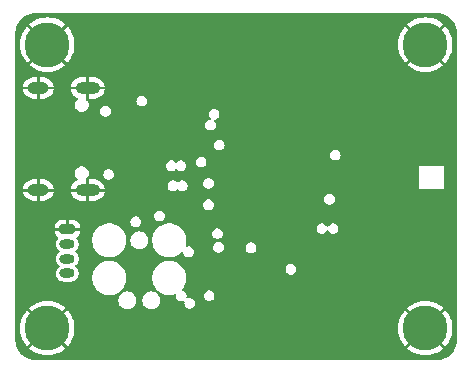
<source format=gbr>
%TF.GenerationSoftware,KiCad,Pcbnew,8.0.1*%
%TF.CreationDate,2024-04-24T20:58:42-04:00*%
%TF.ProjectId,Bluephil,426c7565-7068-4696-9c2e-6b696361645f,rev?*%
%TF.SameCoordinates,PX95ba140PY6dac2c0*%
%TF.FileFunction,Copper,L2,Inr*%
%TF.FilePolarity,Positive*%
%FSLAX46Y46*%
G04 Gerber Fmt 4.6, Leading zero omitted, Abs format (unit mm)*
G04 Created by KiCad (PCBNEW 8.0.1) date 2024-04-24 20:58:42*
%MOMM*%
%LPD*%
G01*
G04 APERTURE LIST*
G04 Aperture macros list*
%AMRoundRect*
0 Rectangle with rounded corners*
0 $1 Rounding radius*
0 $2 $3 $4 $5 $6 $7 $8 $9 X,Y pos of 4 corners*
0 Add a 4 corners polygon primitive as box body*
4,1,4,$2,$3,$4,$5,$6,$7,$8,$9,$2,$3,0*
0 Add four circle primitives for the rounded corners*
1,1,$1+$1,$2,$3*
1,1,$1+$1,$4,$5*
1,1,$1+$1,$6,$7*
1,1,$1+$1,$8,$9*
0 Add four rect primitives between the rounded corners*
20,1,$1+$1,$2,$3,$4,$5,0*
20,1,$1+$1,$4,$5,$6,$7,0*
20,1,$1+$1,$6,$7,$8,$9,0*
20,1,$1+$1,$8,$9,$2,$3,0*%
G04 Aperture macros list end*
%TA.AperFunction,ComponentPad*%
%ADD10O,1.800000X1.000000*%
%TD*%
%TA.AperFunction,ComponentPad*%
%ADD11O,2.100000X1.000000*%
%TD*%
%TA.AperFunction,ComponentPad*%
%ADD12C,3.800000*%
%TD*%
%TA.AperFunction,ComponentPad*%
%ADD13RoundRect,0.200000X-0.450000X0.200000X-0.450000X-0.200000X0.450000X-0.200000X0.450000X0.200000X0*%
%TD*%
%TA.AperFunction,ComponentPad*%
%ADD14O,1.300000X0.800000*%
%TD*%
%TA.AperFunction,ViaPad*%
%ADD15C,0.700000*%
%TD*%
G04 APERTURE END LIST*
D10*
%TO.N,GND*%
%TO.C,J1*%
X2245000Y14688000D03*
D11*
X6425000Y14688000D03*
D10*
X2245000Y23328000D03*
D11*
X6425000Y23328000D03*
%TD*%
D12*
%TO.N,GND*%
%TO.C,H4*%
X35000000Y3000000D03*
%TD*%
%TO.N,GND*%
%TO.C,H3*%
X35000000Y27000000D03*
%TD*%
%TO.N,GND*%
%TO.C,H2*%
X3000000Y3000000D03*
%TD*%
%TO.N,GND*%
%TO.C,H1*%
X3000000Y27000000D03*
%TD*%
D13*
%TO.N,GND*%
%TO.C,J3*%
X4700000Y11375000D03*
D14*
%TO.N,/UART_TXR*%
X4700000Y10125000D03*
%TO.N,/UART_TXC*%
X4700000Y8875000D03*
%TO.N,+3.3V*%
X4700000Y7625000D03*
%TD*%
D15*
%TO.N,GND*%
X13500000Y12500000D03*
X14950000Y8400000D03*
X19200000Y12350000D03*
X23450000Y12400000D03*
X23500000Y16650000D03*
X19150000Y16650000D03*
X20100000Y15750000D03*
X22500000Y15750000D03*
X22500000Y13400000D03*
X20100000Y13300000D03*
X21300000Y12250000D03*
X21250000Y16750000D03*
X23400000Y14500000D03*
X19200000Y14450000D03*
X32000000Y14900000D03*
X32000000Y16600000D03*
X10400000Y14950000D03*
X12750000Y14950000D03*
X8600000Y18975000D03*
X18250000Y23050000D03*
X17300000Y23050000D03*
X23750000Y19000000D03*
X23750000Y20100000D03*
X25450000Y18800000D03*
X28300000Y21450000D03*
X36650000Y18250000D03*
X35550000Y18250000D03*
X34400000Y18250000D03*
X36800000Y13300000D03*
X35550000Y13250000D03*
X34350000Y13300000D03*
X27300000Y7875000D03*
X26000000Y7875000D03*
X16752927Y12554904D03*
X16647043Y14350741D03*
X9950000Y12900000D03*
X8750000Y12900000D03*
X8650000Y5450000D03*
X29450000Y14750000D03*
X28000000Y14750000D03*
X26000000Y13200000D03*
X27220000Y16710000D03*
X19000000Y21050000D03*
X16200000Y19250000D03*
X8050000Y22250000D03*
X10800000Y21250000D03*
X10600000Y16750000D03*
X15140000Y17400000D03*
X15700000Y10750000D03*
X15700000Y5800000D03*
X17620000Y7720000D03*
X21215000Y9450000D03*
X22550000Y7950000D03*
X24665000Y6625000D03*
%TD*%
%TA.AperFunction,Conductor*%
%TO.N,GND*%
G36*
X36002642Y29699312D02*
G01*
X36236581Y29682580D01*
X36247030Y29681079D01*
X36473645Y29631781D01*
X36483757Y29628811D01*
X36701039Y29547770D01*
X36710637Y29543387D01*
X36914173Y29432247D01*
X36923054Y29426539D01*
X37108698Y29287568D01*
X37116678Y29280654D01*
X37280653Y29116679D01*
X37287567Y29108699D01*
X37426538Y28923055D01*
X37432246Y28914174D01*
X37543384Y28710642D01*
X37547770Y28701037D01*
X37628807Y28483767D01*
X37631782Y28473637D01*
X37681077Y28247032D01*
X37682579Y28236581D01*
X37699311Y28002643D01*
X37699500Y27997364D01*
X37699500Y2002637D01*
X37699311Y1997358D01*
X37682579Y1763420D01*
X37681077Y1752969D01*
X37631782Y1526364D01*
X37628807Y1516234D01*
X37547770Y1298964D01*
X37543384Y1289359D01*
X37432246Y1085827D01*
X37426538Y1076946D01*
X37287567Y891302D01*
X37280653Y883322D01*
X37116678Y719347D01*
X37108698Y712433D01*
X36923054Y573462D01*
X36914173Y567754D01*
X36710641Y456616D01*
X36701036Y452230D01*
X36483766Y371193D01*
X36473636Y368218D01*
X36247031Y318923D01*
X36236580Y317421D01*
X36002643Y300689D01*
X35997364Y300500D01*
X2002636Y300500D01*
X1997357Y300689D01*
X1763419Y317421D01*
X1752968Y318923D01*
X1526363Y368218D01*
X1516233Y371193D01*
X1298963Y452230D01*
X1289358Y456616D01*
X1085826Y567754D01*
X1076945Y573462D01*
X891301Y712433D01*
X883321Y719347D01*
X719346Y883322D01*
X712432Y891302D01*
X573461Y1076946D01*
X567753Y1085827D01*
X521042Y1171371D01*
X456613Y1289363D01*
X452229Y1298964D01*
X446493Y1314343D01*
X371189Y1516243D01*
X368219Y1526355D01*
X318921Y1752970D01*
X317420Y1763420D01*
X300689Y1997358D01*
X300500Y2002637D01*
X300500Y3000000D01*
X695065Y3000000D01*
X714785Y2699139D01*
X773605Y2403435D01*
X870519Y2117937D01*
X1003867Y1847534D01*
X1003873Y1847523D01*
X1171370Y1596847D01*
X1287569Y1464348D01*
X2138097Y2314877D01*
X2160967Y2283398D01*
X2283398Y2160967D01*
X2314874Y2138099D01*
X1464346Y1287571D01*
X1596846Y1171371D01*
X1847522Y1003874D01*
X1847533Y1003868D01*
X2117936Y870520D01*
X2403434Y773606D01*
X2699138Y714786D01*
X3000000Y695066D01*
X3300861Y714786D01*
X3596565Y773606D01*
X3882063Y870520D01*
X4152466Y1003868D01*
X4152477Y1003874D01*
X4403153Y1171371D01*
X4535652Y1287571D01*
X3685125Y2138098D01*
X3716602Y2160967D01*
X3839033Y2283398D01*
X3861902Y2314875D01*
X4712429Y1464348D01*
X4828629Y1596847D01*
X4996126Y1847523D01*
X4996132Y1847534D01*
X5129480Y2117937D01*
X5226394Y2403435D01*
X5285214Y2699139D01*
X5304934Y3000000D01*
X32695065Y3000000D01*
X32714785Y2699139D01*
X32773605Y2403435D01*
X32870519Y2117937D01*
X33003867Y1847534D01*
X33003873Y1847523D01*
X33171370Y1596847D01*
X33287569Y1464348D01*
X34138097Y2314877D01*
X34160967Y2283398D01*
X34283398Y2160967D01*
X34314874Y2138099D01*
X33464346Y1287571D01*
X33596846Y1171371D01*
X33847522Y1003874D01*
X33847533Y1003868D01*
X34117936Y870520D01*
X34403434Y773606D01*
X34699138Y714786D01*
X35000000Y695066D01*
X35300861Y714786D01*
X35596565Y773606D01*
X35882063Y870520D01*
X36152466Y1003868D01*
X36152477Y1003874D01*
X36403153Y1171371D01*
X36535652Y1287571D01*
X35685125Y2138098D01*
X35716602Y2160967D01*
X35839033Y2283398D01*
X35861902Y2314875D01*
X36712429Y1464348D01*
X36828629Y1596847D01*
X36996126Y1847523D01*
X36996132Y1847534D01*
X37129480Y2117937D01*
X37226394Y2403435D01*
X37285214Y2699139D01*
X37304934Y3000000D01*
X37285214Y3300862D01*
X37226394Y3596566D01*
X37129480Y3882064D01*
X36996132Y4152466D01*
X36996126Y4152477D01*
X36828629Y4403154D01*
X36712429Y4535654D01*
X35861901Y3685126D01*
X35839033Y3716602D01*
X35716602Y3839033D01*
X35685123Y3861903D01*
X36535652Y4712431D01*
X36403153Y4828630D01*
X36152477Y4996127D01*
X36152466Y4996133D01*
X35882063Y5129481D01*
X35596565Y5226395D01*
X35300861Y5285215D01*
X35000000Y5304935D01*
X34699138Y5285215D01*
X34403434Y5226395D01*
X34117936Y5129481D01*
X33847534Y4996133D01*
X33847523Y4996127D01*
X33596847Y4828631D01*
X33596836Y4828622D01*
X33464346Y4712431D01*
X34314874Y3861903D01*
X34283398Y3839033D01*
X34160967Y3716602D01*
X34138097Y3685126D01*
X33287569Y4535654D01*
X33171378Y4403164D01*
X33171369Y4403153D01*
X33003873Y4152477D01*
X33003867Y4152466D01*
X32870519Y3882064D01*
X32773605Y3596566D01*
X32714785Y3300862D01*
X32695065Y3000000D01*
X5304934Y3000000D01*
X5285214Y3300862D01*
X5226394Y3596566D01*
X5129480Y3882064D01*
X4996132Y4152466D01*
X4996126Y4152477D01*
X4828629Y4403154D01*
X4712429Y4535654D01*
X3861901Y3685126D01*
X3839033Y3716602D01*
X3716602Y3839033D01*
X3685123Y3861903D01*
X4535652Y4712431D01*
X4403153Y4828630D01*
X4152477Y4996127D01*
X4152466Y4996133D01*
X3882063Y5129481D01*
X3596565Y5226395D01*
X3374531Y5270561D01*
X9018200Y5270561D01*
X9047243Y5124548D01*
X9047245Y5124541D01*
X9104218Y4986995D01*
X9186929Y4863210D01*
X9186932Y4863206D01*
X9292206Y4757932D01*
X9415994Y4675219D01*
X9553541Y4618245D01*
X9699560Y4589200D01*
X9699561Y4589200D01*
X9848439Y4589200D01*
X9848440Y4589200D01*
X9994459Y4618245D01*
X10132006Y4675219D01*
X10255794Y4757932D01*
X10361068Y4863206D01*
X10443781Y4986994D01*
X10500755Y5124541D01*
X10529800Y5270560D01*
X10529800Y5270561D01*
X11050200Y5270561D01*
X11079243Y5124548D01*
X11079245Y5124541D01*
X11136218Y4986995D01*
X11218929Y4863210D01*
X11218932Y4863206D01*
X11324206Y4757932D01*
X11447994Y4675219D01*
X11585541Y4618245D01*
X11731560Y4589200D01*
X11731561Y4589200D01*
X11880439Y4589200D01*
X11880440Y4589200D01*
X12026459Y4618245D01*
X12164006Y4675219D01*
X12287794Y4757932D01*
X12393068Y4863206D01*
X12475781Y4986994D01*
X12532755Y5124541D01*
X12561800Y5270560D01*
X12561800Y5419440D01*
X12532755Y5565459D01*
X12475781Y5703006D01*
X12393068Y5826794D01*
X12287794Y5932068D01*
X12240581Y5963615D01*
X12164005Y6014782D01*
X12026459Y6071755D01*
X12026452Y6071757D01*
X11914782Y6093969D01*
X11880440Y6100800D01*
X11731560Y6100800D01*
X11702674Y6095055D01*
X11585547Y6071757D01*
X11585540Y6071755D01*
X11447994Y6014782D01*
X11324209Y5932071D01*
X11218929Y5826791D01*
X11136218Y5703006D01*
X11079245Y5565460D01*
X11079243Y5565453D01*
X11050200Y5419440D01*
X11050200Y5270561D01*
X10529800Y5270561D01*
X10529800Y5419440D01*
X10500755Y5565459D01*
X10443781Y5703006D01*
X10361068Y5826794D01*
X10255794Y5932068D01*
X10208581Y5963615D01*
X10132005Y6014782D01*
X9994459Y6071755D01*
X9994452Y6071757D01*
X9882782Y6093969D01*
X9848440Y6100800D01*
X9699560Y6100800D01*
X9670674Y6095055D01*
X9553547Y6071757D01*
X9553540Y6071755D01*
X9415994Y6014782D01*
X9292209Y5932071D01*
X9186929Y5826791D01*
X9104218Y5703006D01*
X9047245Y5565460D01*
X9047243Y5565453D01*
X9018200Y5419440D01*
X9018200Y5270561D01*
X3374531Y5270561D01*
X3300861Y5285215D01*
X3000000Y5304935D01*
X2699138Y5285215D01*
X2403434Y5226395D01*
X2117936Y5129481D01*
X1847534Y4996133D01*
X1847523Y4996127D01*
X1596847Y4828631D01*
X1596836Y4828622D01*
X1464346Y4712431D01*
X2314874Y3861903D01*
X2283398Y3839033D01*
X2160967Y3716602D01*
X2138097Y3685126D01*
X1287569Y4535654D01*
X1171378Y4403164D01*
X1171369Y4403153D01*
X1003873Y4152477D01*
X1003867Y4152466D01*
X870519Y3882064D01*
X773605Y3596566D01*
X714785Y3300862D01*
X695065Y3000000D01*
X300500Y3000000D01*
X300500Y11500000D01*
X3650000Y11500000D01*
X4481178Y11500000D01*
X4450000Y11424728D01*
X4450000Y11325272D01*
X4481178Y11250000D01*
X3650001Y11250000D01*
X3650001Y11135679D01*
X3665443Y11018372D01*
X3665444Y11018368D01*
X3725900Y10872413D01*
X3822075Y10747076D01*
X3901875Y10685843D01*
X3930193Y10636794D01*
X3915534Y10582086D01*
X3909156Y10574814D01*
X3905893Y10571552D01*
X3905885Y10571542D01*
X3829223Y10456809D01*
X3776421Y10329333D01*
X3776418Y10329323D01*
X3749500Y10193992D01*
X3749500Y10056009D01*
X3776418Y9920678D01*
X3776421Y9920668D01*
X3829223Y9793192D01*
X3892664Y9698245D01*
X3905886Y9678458D01*
X4003458Y9580886D01*
X4003461Y9580884D01*
X4003463Y9580882D01*
X4032428Y9561528D01*
X4063893Y9514436D01*
X4052843Y9458887D01*
X4032428Y9438472D01*
X4003463Y9419119D01*
X3905883Y9321539D01*
X3829223Y9206809D01*
X3776421Y9079333D01*
X3776418Y9079323D01*
X3749500Y8943992D01*
X3749500Y8806009D01*
X3776418Y8670678D01*
X3776421Y8670668D01*
X3829223Y8543192D01*
X3829224Y8543190D01*
X3829225Y8543189D01*
X3905886Y8428458D01*
X4003458Y8330886D01*
X4003461Y8330884D01*
X4003463Y8330882D01*
X4032428Y8311528D01*
X4063893Y8264436D01*
X4052843Y8208887D01*
X4032428Y8188472D01*
X4003463Y8169119D01*
X3905883Y8071539D01*
X3829223Y7956809D01*
X3776421Y7829333D01*
X3776418Y7829323D01*
X3755456Y7723937D01*
X3749500Y7693993D01*
X3749500Y7556007D01*
X3756762Y7519500D01*
X3776418Y7420678D01*
X3776421Y7420668D01*
X3829223Y7293192D01*
X3829224Y7293190D01*
X3829225Y7293189D01*
X3905886Y7178458D01*
X4003458Y7080886D01*
X4118189Y7004225D01*
X4245672Y6951420D01*
X4381007Y6924500D01*
X4381009Y6924500D01*
X5018991Y6924500D01*
X5018993Y6924500D01*
X5154328Y6951420D01*
X5281811Y7004225D01*
X5396542Y7080886D01*
X5451699Y7136043D01*
X6802050Y7136043D01*
X6837703Y6910941D01*
X6837706Y6910928D01*
X6908130Y6694183D01*
X6908132Y6694179D01*
X7004400Y6505243D01*
X7011602Y6491109D01*
X7145566Y6306724D01*
X7306724Y6145566D01*
X7306727Y6145564D01*
X7306728Y6145563D01*
X7422408Y6061516D01*
X7491109Y6011602D01*
X7585289Y5963615D01*
X7694178Y5908133D01*
X7694182Y5908131D01*
X7910927Y5837707D01*
X7910933Y5837706D01*
X7910938Y5837704D01*
X7979820Y5826794D01*
X8136042Y5802050D01*
X8136044Y5802050D01*
X8363958Y5802050D01*
X8453998Y5816312D01*
X8589062Y5837704D01*
X8589069Y5837707D01*
X8589072Y5837707D01*
X8805817Y5908131D01*
X8805817Y5908132D01*
X8805820Y5908132D01*
X9008891Y6011602D01*
X9193276Y6145566D01*
X9354434Y6306724D01*
X9488398Y6491109D01*
X9591868Y6694180D01*
X9662296Y6910938D01*
X9697950Y7136043D01*
X11882050Y7136043D01*
X11917703Y6910941D01*
X11917706Y6910928D01*
X11988130Y6694183D01*
X11988132Y6694179D01*
X12084400Y6505243D01*
X12091602Y6491109D01*
X12225566Y6306724D01*
X12386724Y6145566D01*
X12386727Y6145564D01*
X12386728Y6145563D01*
X12502408Y6061516D01*
X12571109Y6011602D01*
X12665289Y5963615D01*
X12774178Y5908133D01*
X12774182Y5908131D01*
X12990927Y5837707D01*
X12990933Y5837706D01*
X12990938Y5837704D01*
X13059820Y5826794D01*
X13216042Y5802050D01*
X13216044Y5802050D01*
X13443958Y5802050D01*
X13533998Y5816312D01*
X13669062Y5837704D01*
X13669069Y5837707D01*
X13669072Y5837707D01*
X13724126Y5855596D01*
X13811027Y5883831D01*
X13867489Y5879388D01*
X13904272Y5836320D01*
X13907141Y5802922D01*
X13894867Y5717551D01*
X13913302Y5589327D01*
X13913302Y5589326D01*
X13913303Y5589324D01*
X13967118Y5471487D01*
X14051951Y5373583D01*
X14160931Y5303546D01*
X14285228Y5267050D01*
X14414772Y5267050D01*
X14529341Y5300690D01*
X14585654Y5294635D01*
X14621192Y5250535D01*
X14623436Y5219156D01*
X14604867Y5090001D01*
X14623302Y4961777D01*
X14623302Y4961776D01*
X14623303Y4961774D01*
X14677118Y4843937D01*
X14761951Y4746033D01*
X14870931Y4675996D01*
X14995228Y4639500D01*
X15124772Y4639500D01*
X15249069Y4675996D01*
X15358049Y4746033D01*
X15442882Y4843937D01*
X15496697Y4961774D01*
X15515133Y5090000D01*
X15496697Y5218226D01*
X15442882Y5336063D01*
X15358049Y5433967D01*
X15249175Y5503936D01*
X15249068Y5504005D01*
X15124772Y5540500D01*
X14995228Y5540500D01*
X14995227Y5540500D01*
X14880657Y5506861D01*
X14824345Y5512916D01*
X14788807Y5557017D01*
X14786563Y5588395D01*
X14786697Y5589327D01*
X14805133Y5717550D01*
X14800467Y5750000D01*
X16244867Y5750000D01*
X16263302Y5621777D01*
X16263302Y5621776D01*
X16263303Y5621774D01*
X16317118Y5503937D01*
X16401951Y5406033D01*
X16510931Y5335996D01*
X16635228Y5299500D01*
X16764772Y5299500D01*
X16889069Y5335996D01*
X16998049Y5406033D01*
X17082882Y5503937D01*
X17136697Y5621774D01*
X17155133Y5750000D01*
X17136697Y5878226D01*
X17082882Y5996063D01*
X16998049Y6093967D01*
X16917759Y6145566D01*
X16889068Y6164005D01*
X16764772Y6200500D01*
X16635228Y6200500D01*
X16510931Y6164005D01*
X16401954Y6093969D01*
X16401950Y6093966D01*
X16317119Y5996065D01*
X16263302Y5878224D01*
X16244867Y5750000D01*
X14800467Y5750000D01*
X14786697Y5845776D01*
X14732882Y5963613D01*
X14648049Y6061517D01*
X14581032Y6104586D01*
X14539068Y6131555D01*
X14442442Y6159926D01*
X14398342Y6195464D01*
X14392287Y6251777D01*
X14410963Y6283254D01*
X14434434Y6306724D01*
X14568398Y6491109D01*
X14671868Y6694180D01*
X14742296Y6910938D01*
X14777950Y7136044D01*
X14777950Y7363956D01*
X14742296Y7589062D01*
X14742294Y7589067D01*
X14742293Y7589073D01*
X14671869Y7805818D01*
X14671867Y7805822D01*
X14659890Y7829328D01*
X14588214Y7970000D01*
X23174867Y7970000D01*
X23193302Y7841777D01*
X23193302Y7841776D01*
X23193303Y7841774D01*
X23247118Y7723937D01*
X23331951Y7626033D01*
X23440931Y7555996D01*
X23565228Y7519500D01*
X23694772Y7519500D01*
X23819069Y7555996D01*
X23928049Y7626033D01*
X24012882Y7723937D01*
X24066697Y7841774D01*
X24085133Y7970000D01*
X24066697Y8098226D01*
X24012882Y8216063D01*
X23928049Y8313967D01*
X23861032Y8357036D01*
X23819068Y8384005D01*
X23694772Y8420500D01*
X23565228Y8420500D01*
X23440931Y8384005D01*
X23331954Y8313969D01*
X23331950Y8313966D01*
X23247119Y8216065D01*
X23247118Y8216064D01*
X23247118Y8216063D01*
X23234517Y8188471D01*
X23193302Y8098224D01*
X23174867Y7970000D01*
X14588214Y7970000D01*
X14568398Y8008891D01*
X14522881Y8071539D01*
X14434437Y8193272D01*
X14434436Y8193273D01*
X14434434Y8193276D01*
X14273276Y8354434D01*
X14273273Y8354437D01*
X14273271Y8354438D01*
X14088893Y8488397D01*
X14088887Y8488400D01*
X13885821Y8591868D01*
X13885817Y8591870D01*
X13669072Y8662294D01*
X13669059Y8662297D01*
X13443958Y8697950D01*
X13443956Y8697950D01*
X13216044Y8697950D01*
X13216042Y8697950D01*
X12990940Y8662297D01*
X12990927Y8662294D01*
X12774182Y8591870D01*
X12774178Y8591868D01*
X12571112Y8488400D01*
X12571106Y8488397D01*
X12386728Y8354438D01*
X12225562Y8193272D01*
X12091603Y8008894D01*
X12091600Y8008888D01*
X11988132Y7805822D01*
X11988130Y7805818D01*
X11917706Y7589073D01*
X11917703Y7589060D01*
X11882050Y7363958D01*
X11882050Y7136043D01*
X9697950Y7136043D01*
X9697950Y7136044D01*
X9697950Y7363956D01*
X9662296Y7589062D01*
X9662294Y7589067D01*
X9662293Y7589073D01*
X9591869Y7805818D01*
X9591867Y7805822D01*
X9579890Y7829328D01*
X9488398Y8008891D01*
X9442881Y8071539D01*
X9354437Y8193272D01*
X9354436Y8193273D01*
X9354434Y8193276D01*
X9193276Y8354434D01*
X9193273Y8354437D01*
X9193271Y8354438D01*
X9008893Y8488397D01*
X9008887Y8488400D01*
X8805821Y8591868D01*
X8805817Y8591870D01*
X8589072Y8662294D01*
X8589059Y8662297D01*
X8363958Y8697950D01*
X8363956Y8697950D01*
X8136044Y8697950D01*
X8136042Y8697950D01*
X7910940Y8662297D01*
X7910927Y8662294D01*
X7694182Y8591870D01*
X7694178Y8591868D01*
X7491112Y8488400D01*
X7491106Y8488397D01*
X7306728Y8354438D01*
X7145562Y8193272D01*
X7011603Y8008894D01*
X7011600Y8008888D01*
X6908132Y7805822D01*
X6908130Y7805818D01*
X6837706Y7589073D01*
X6837703Y7589060D01*
X6802050Y7363958D01*
X6802050Y7136043D01*
X5451699Y7136043D01*
X5494114Y7178458D01*
X5570775Y7293189D01*
X5623580Y7420672D01*
X5650500Y7556007D01*
X5650500Y7693993D01*
X5623580Y7829328D01*
X5618425Y7841774D01*
X5570776Y7956809D01*
X5494116Y8071539D01*
X5494114Y8071542D01*
X5396542Y8169114D01*
X5367571Y8188472D01*
X5336106Y8235563D01*
X5347155Y8291112D01*
X5367572Y8311529D01*
X5371224Y8313969D01*
X5396542Y8330886D01*
X5494114Y8428458D01*
X5570775Y8543189D01*
X5623580Y8670672D01*
X5650500Y8806007D01*
X5650500Y8943993D01*
X5623580Y9079328D01*
X5570775Y9206811D01*
X5494114Y9321542D01*
X5396542Y9419114D01*
X5367571Y9438472D01*
X5336106Y9485563D01*
X5347155Y9541112D01*
X5367572Y9561529D01*
X5396542Y9580886D01*
X5494114Y9678458D01*
X5570775Y9793189D01*
X5623580Y9920672D01*
X5650500Y10056007D01*
X5650500Y10193993D01*
X5627217Y10311043D01*
X6802050Y10311043D01*
X6837703Y10085941D01*
X6837706Y10085928D01*
X6908130Y9869183D01*
X6908132Y9869179D01*
X7011600Y9666113D01*
X7011603Y9666107D01*
X7145562Y9481729D01*
X7145566Y9481724D01*
X7306724Y9320566D01*
X7306727Y9320564D01*
X7306728Y9320563D01*
X7463296Y9206809D01*
X7491109Y9186602D01*
X7687113Y9086733D01*
X7694178Y9083133D01*
X7694182Y9083131D01*
X7910927Y9012707D01*
X7910933Y9012706D01*
X7910938Y9012704D01*
X8023491Y8994877D01*
X8136042Y8977050D01*
X8136044Y8977050D01*
X8363958Y8977050D01*
X8453998Y8991312D01*
X8589062Y9012704D01*
X8589069Y9012707D01*
X8589072Y9012707D01*
X8805817Y9083131D01*
X8805817Y9083132D01*
X8805820Y9083132D01*
X9008891Y9186602D01*
X9193276Y9320566D01*
X9354434Y9481724D01*
X9488398Y9666109D01*
X9591868Y9869180D01*
X9608599Y9920672D01*
X9662293Y10085928D01*
X9662294Y10085932D01*
X9662296Y10085938D01*
X9697950Y10311044D01*
X9697950Y10350561D01*
X10034200Y10350561D01*
X10063243Y10204548D01*
X10063245Y10204541D01*
X10120218Y10066995D01*
X10202929Y9943210D01*
X10202932Y9943206D01*
X10308206Y9837932D01*
X10431994Y9755219D01*
X10569541Y9698245D01*
X10715560Y9669200D01*
X10715561Y9669200D01*
X10864439Y9669200D01*
X10864440Y9669200D01*
X11010459Y9698245D01*
X11148006Y9755219D01*
X11271794Y9837932D01*
X11377068Y9943206D01*
X11459781Y10066994D01*
X11516755Y10204541D01*
X11537940Y10311043D01*
X11882050Y10311043D01*
X11917703Y10085941D01*
X11917706Y10085928D01*
X11988130Y9869183D01*
X11988132Y9869179D01*
X12091600Y9666113D01*
X12091603Y9666107D01*
X12225562Y9481729D01*
X12225566Y9481724D01*
X12386724Y9320566D01*
X12386727Y9320564D01*
X12386728Y9320563D01*
X12543296Y9206809D01*
X12571109Y9186602D01*
X12767113Y9086733D01*
X12774178Y9083133D01*
X12774182Y9083131D01*
X12990927Y9012707D01*
X12990933Y9012706D01*
X12990938Y9012704D01*
X13103491Y8994877D01*
X13216042Y8977050D01*
X13216044Y8977050D01*
X13443958Y8977050D01*
X13533998Y8991312D01*
X13669062Y9012704D01*
X13669069Y9012707D01*
X13669072Y9012707D01*
X13885817Y9083131D01*
X13885817Y9083132D01*
X13885820Y9083132D01*
X14088891Y9186602D01*
X14273276Y9320566D01*
X14380058Y9427349D01*
X14432383Y9449022D01*
X14484709Y9427348D01*
X14505630Y9385554D01*
X14512466Y9338010D01*
X14512466Y9338009D01*
X14512467Y9338007D01*
X14566282Y9220170D01*
X14651115Y9122266D01*
X14760095Y9052229D01*
X14884392Y9015733D01*
X15013936Y9015733D01*
X15138233Y9052229D01*
X15247213Y9122266D01*
X15332046Y9220170D01*
X15385861Y9338007D01*
X15404297Y9466233D01*
X15385861Y9594459D01*
X15332046Y9712296D01*
X15247213Y9810200D01*
X15185283Y9850000D01*
X17044867Y9850000D01*
X17063302Y9721777D01*
X17063302Y9721776D01*
X17063303Y9721774D01*
X17117118Y9603937D01*
X17201951Y9506033D01*
X17310931Y9435996D01*
X17435228Y9399500D01*
X17564772Y9399500D01*
X17689069Y9435996D01*
X17798049Y9506033D01*
X17882882Y9603937D01*
X17936697Y9721774D01*
X17947944Y9800000D01*
X19794867Y9800000D01*
X19813302Y9671777D01*
X19813302Y9671776D01*
X19813303Y9671774D01*
X19867118Y9553937D01*
X19951951Y9456033D01*
X20060931Y9385996D01*
X20185228Y9349500D01*
X20314772Y9349500D01*
X20439069Y9385996D01*
X20548049Y9456033D01*
X20632882Y9553937D01*
X20686697Y9671774D01*
X20705133Y9800000D01*
X20686697Y9928226D01*
X20632882Y10046063D01*
X20548049Y10143967D01*
X20470244Y10193969D01*
X20439068Y10214005D01*
X20314772Y10250500D01*
X20185228Y10250500D01*
X20060931Y10214005D01*
X19951954Y10143969D01*
X19951950Y10143966D01*
X19867119Y10046065D01*
X19813302Y9928224D01*
X19794867Y9800000D01*
X17947944Y9800000D01*
X17955133Y9850000D01*
X17936697Y9978226D01*
X17882882Y10096063D01*
X17798049Y10193967D01*
X17710082Y10250500D01*
X17689068Y10264005D01*
X17564772Y10300500D01*
X17435228Y10300500D01*
X17310931Y10264005D01*
X17201954Y10193969D01*
X17201950Y10193966D01*
X17117119Y10096065D01*
X17117118Y10096064D01*
X17117118Y10096063D01*
X17090210Y10037145D01*
X17063302Y9978224D01*
X17044867Y9850000D01*
X15185283Y9850000D01*
X15155438Y9869180D01*
X15138232Y9880238D01*
X15013936Y9916733D01*
X14884392Y9916733D01*
X14884391Y9916733D01*
X14801097Y9892277D01*
X14744785Y9898332D01*
X14709247Y9942433D01*
X14709871Y9986146D01*
X14742296Y10085938D01*
X14777950Y10311044D01*
X14777950Y10538956D01*
X14770499Y10585996D01*
X14745192Y10745775D01*
X14742296Y10764062D01*
X14742294Y10764067D01*
X14742293Y10764073D01*
X14671869Y10980818D01*
X14671867Y10980822D01*
X14662095Y11000000D01*
X16944867Y11000000D01*
X16963302Y10871777D01*
X16963302Y10871776D01*
X16963303Y10871774D01*
X17017118Y10753937D01*
X17101951Y10656033D01*
X17210931Y10585996D01*
X17335228Y10549500D01*
X17464772Y10549500D01*
X17589069Y10585996D01*
X17698049Y10656033D01*
X17782882Y10753937D01*
X17836697Y10871774D01*
X17855133Y11000000D01*
X17836697Y11128226D01*
X17782882Y11246063D01*
X17698049Y11343967D01*
X17631032Y11387036D01*
X17589068Y11414005D01*
X17551621Y11425000D01*
X25794867Y11425000D01*
X25813302Y11296777D01*
X25813302Y11296776D01*
X25813303Y11296774D01*
X25867118Y11178937D01*
X25951951Y11081033D01*
X26060931Y11010996D01*
X26185228Y10974500D01*
X26314772Y10974500D01*
X26439069Y11010996D01*
X26548049Y11081033D01*
X26632882Y11178937D01*
X26657688Y11233254D01*
X26699140Y11271846D01*
X26755741Y11269825D01*
X26792311Y11233255D01*
X26817118Y11178937D01*
X26901951Y11081033D01*
X27010931Y11010996D01*
X27135228Y10974500D01*
X27264772Y10974500D01*
X27389069Y11010996D01*
X27498049Y11081033D01*
X27582882Y11178937D01*
X27636697Y11296774D01*
X27655133Y11425000D01*
X27636697Y11553226D01*
X27582882Y11671063D01*
X27498049Y11768967D01*
X27391727Y11837296D01*
X27389068Y11839005D01*
X27264772Y11875500D01*
X27135228Y11875500D01*
X27010931Y11839005D01*
X26901954Y11768969D01*
X26901950Y11768966D01*
X26817118Y11671064D01*
X26817115Y11671060D01*
X26792312Y11616748D01*
X26750860Y11578154D01*
X26694259Y11580177D01*
X26657688Y11616748D01*
X26632884Y11671060D01*
X26632881Y11671064D01*
X26632880Y11671065D01*
X26548049Y11768967D01*
X26441727Y11837296D01*
X26439068Y11839005D01*
X26314772Y11875500D01*
X26185228Y11875500D01*
X26060931Y11839005D01*
X25951954Y11768969D01*
X25951950Y11768966D01*
X25867119Y11671065D01*
X25867118Y11671064D01*
X25867118Y11671063D01*
X25846081Y11625000D01*
X25813302Y11553224D01*
X25794867Y11425000D01*
X17551621Y11425000D01*
X17464772Y11450500D01*
X17335228Y11450500D01*
X17210931Y11414005D01*
X17101954Y11343969D01*
X17101950Y11343966D01*
X17017119Y11246065D01*
X16963302Y11128224D01*
X16944867Y11000000D01*
X14662095Y11000000D01*
X14568398Y11183891D01*
X14486383Y11296774D01*
X14434437Y11368272D01*
X14434436Y11368273D01*
X14434434Y11368276D01*
X14273276Y11529434D01*
X14273273Y11529437D01*
X14273271Y11529438D01*
X14088893Y11663397D01*
X14088887Y11663400D01*
X13885821Y11766868D01*
X13885817Y11766870D01*
X13669072Y11837294D01*
X13669059Y11837297D01*
X13443958Y11872950D01*
X13443956Y11872950D01*
X13216044Y11872950D01*
X13216042Y11872950D01*
X12990940Y11837297D01*
X12990927Y11837294D01*
X12774182Y11766870D01*
X12774178Y11766868D01*
X12571112Y11663400D01*
X12571106Y11663397D01*
X12386728Y11529438D01*
X12225562Y11368272D01*
X12091603Y11183894D01*
X12091600Y11183888D01*
X11988132Y10980822D01*
X11988130Y10980818D01*
X11917706Y10764073D01*
X11917703Y10764060D01*
X11882050Y10538958D01*
X11882050Y10311043D01*
X11537940Y10311043D01*
X11545800Y10350560D01*
X11545800Y10499440D01*
X11516755Y10645459D01*
X11459781Y10783006D01*
X11377068Y10906794D01*
X11271794Y11012068D01*
X11271790Y11012071D01*
X11148005Y11094782D01*
X11010459Y11151755D01*
X11010452Y11151757D01*
X10900450Y11173638D01*
X10864440Y11180800D01*
X10715560Y11180800D01*
X10686674Y11175055D01*
X10569547Y11151757D01*
X10569540Y11151755D01*
X10431994Y11094782D01*
X10308209Y11012071D01*
X10202929Y10906791D01*
X10120218Y10783006D01*
X10063245Y10645460D01*
X10063243Y10645453D01*
X10034200Y10499440D01*
X10034200Y10350561D01*
X9697950Y10350561D01*
X9697950Y10538956D01*
X9690499Y10585996D01*
X9665192Y10745775D01*
X9662296Y10764062D01*
X9662294Y10764067D01*
X9662293Y10764073D01*
X9591869Y10980818D01*
X9591867Y10980822D01*
X9582095Y11000000D01*
X9488398Y11183891D01*
X9406383Y11296774D01*
X9354437Y11368272D01*
X9354436Y11368273D01*
X9354434Y11368276D01*
X9193276Y11529434D01*
X9193273Y11529437D01*
X9193271Y11529438D01*
X9008893Y11663397D01*
X9008887Y11663400D01*
X8805821Y11766868D01*
X8805817Y11766870D01*
X8589072Y11837294D01*
X8589059Y11837297D01*
X8363958Y11872950D01*
X8363956Y11872950D01*
X8136044Y11872950D01*
X8136042Y11872950D01*
X7910940Y11837297D01*
X7910927Y11837294D01*
X7694182Y11766870D01*
X7694178Y11766868D01*
X7491112Y11663400D01*
X7491106Y11663397D01*
X7306728Y11529438D01*
X7145562Y11368272D01*
X7011603Y11183894D01*
X7011600Y11183888D01*
X6908132Y10980822D01*
X6908130Y10980818D01*
X6837706Y10764073D01*
X6837703Y10764060D01*
X6802050Y10538958D01*
X6802050Y10311043D01*
X5627217Y10311043D01*
X5623580Y10329328D01*
X5623578Y10329333D01*
X5570776Y10456809D01*
X5494116Y10571539D01*
X5494114Y10571542D01*
X5494104Y10571552D01*
X5490843Y10574814D01*
X5469173Y10627141D01*
X5490852Y10679465D01*
X5498125Y10685843D01*
X5577922Y10747074D01*
X5577923Y10747075D01*
X5674099Y10872413D01*
X5734556Y11018370D01*
X5750000Y11135679D01*
X5750000Y11250000D01*
X4918822Y11250000D01*
X4950000Y11325272D01*
X4950000Y11424728D01*
X4918822Y11500000D01*
X5749999Y11500000D01*
X5749999Y11614322D01*
X5734556Y11731629D01*
X5734555Y11731633D01*
X5674099Y11877588D01*
X5580168Y12000000D01*
X10044867Y12000000D01*
X10063302Y11871777D01*
X10063302Y11871776D01*
X10063303Y11871774D01*
X10117118Y11753937D01*
X10201951Y11656033D01*
X10310931Y11585996D01*
X10435228Y11549500D01*
X10564772Y11549500D01*
X10689069Y11585996D01*
X10798049Y11656033D01*
X10882882Y11753937D01*
X10936697Y11871774D01*
X10955133Y12000000D01*
X10936697Y12128226D01*
X10882882Y12246063D01*
X10798049Y12343967D01*
X10731032Y12387036D01*
X10689068Y12414005D01*
X10564772Y12450500D01*
X10435228Y12450500D01*
X10310931Y12414005D01*
X10201954Y12343969D01*
X10201950Y12343966D01*
X10117119Y12246065D01*
X10063302Y12128224D01*
X10044867Y12000000D01*
X5580168Y12000000D01*
X5577924Y12002925D01*
X5452587Y12099100D01*
X5306630Y12159557D01*
X5189321Y12175000D01*
X4825000Y12175000D01*
X4825000Y11593822D01*
X4749728Y11625000D01*
X4650272Y11625000D01*
X4575000Y11593822D01*
X4575000Y12175000D01*
X4210678Y12175000D01*
X4093371Y12159557D01*
X4093367Y12159556D01*
X3947412Y12099100D01*
X3822075Y12002925D01*
X3725900Y11877588D01*
X3665443Y11731631D01*
X3650000Y11614322D01*
X3650000Y11500000D01*
X300500Y11500000D01*
X300500Y12500000D01*
X12044867Y12500000D01*
X12063302Y12371777D01*
X12063302Y12371776D01*
X12063303Y12371774D01*
X12117118Y12253937D01*
X12201951Y12156033D01*
X12310931Y12085996D01*
X12435228Y12049500D01*
X12564772Y12049500D01*
X12689069Y12085996D01*
X12798049Y12156033D01*
X12882882Y12253937D01*
X12936697Y12371774D01*
X12955133Y12500000D01*
X12936697Y12628226D01*
X12882882Y12746063D01*
X12798049Y12843967D01*
X12731032Y12887036D01*
X12689068Y12914005D01*
X12564772Y12950500D01*
X12435228Y12950500D01*
X12310931Y12914005D01*
X12201954Y12843969D01*
X12201950Y12843966D01*
X12117119Y12746065D01*
X12063302Y12628224D01*
X12044867Y12500000D01*
X300500Y12500000D01*
X300500Y13448970D01*
X16194595Y13448970D01*
X16213030Y13320747D01*
X16213030Y13320746D01*
X16213031Y13320744D01*
X16266846Y13202907D01*
X16351679Y13105003D01*
X16460659Y13034966D01*
X16584956Y12998470D01*
X16714500Y12998470D01*
X16838797Y13034966D01*
X16947777Y13105003D01*
X17032610Y13202907D01*
X17086425Y13320744D01*
X17104861Y13448970D01*
X17086425Y13577196D01*
X17032610Y13695033D01*
X16947777Y13792937D01*
X16880760Y13836006D01*
X16838796Y13862975D01*
X16714500Y13899470D01*
X16584956Y13899470D01*
X16460659Y13862975D01*
X16351682Y13792939D01*
X16351678Y13792936D01*
X16266847Y13695035D01*
X16213030Y13577194D01*
X16194595Y13448970D01*
X300500Y13448970D01*
X300500Y14563000D01*
X952231Y14563000D01*
X979584Y14425487D01*
X979587Y14425476D01*
X1047427Y14261695D01*
X1145923Y14114284D01*
X1271283Y13988924D01*
X1418695Y13890428D01*
X1418694Y13890428D01*
X1582475Y13822588D01*
X1582486Y13822585D01*
X1756359Y13788000D01*
X2120000Y13788000D01*
X2120000Y14388000D01*
X2370000Y14388000D01*
X2370000Y13788000D01*
X2733641Y13788000D01*
X2907513Y13822585D01*
X2907524Y13822588D01*
X3071305Y13890428D01*
X3218716Y13988924D01*
X3218718Y13988925D01*
X3344075Y14114282D01*
X3344076Y14114284D01*
X3442572Y14261695D01*
X3510412Y14425476D01*
X3510415Y14425487D01*
X3537768Y14563000D01*
X4982231Y14563000D01*
X5009584Y14425487D01*
X5009587Y14425476D01*
X5077427Y14261695D01*
X5175923Y14114284D01*
X5301283Y13988924D01*
X5448695Y13890428D01*
X5448694Y13890428D01*
X5612475Y13822588D01*
X5612486Y13822585D01*
X5786359Y13788000D01*
X6300000Y13788000D01*
X6300000Y14388000D01*
X6550000Y14388000D01*
X6550000Y13788000D01*
X7063641Y13788000D01*
X7237513Y13822585D01*
X7237524Y13822588D01*
X7401305Y13890428D01*
X7415631Y13900000D01*
X26444867Y13900000D01*
X26463302Y13771777D01*
X26463302Y13771776D01*
X26463303Y13771774D01*
X26517118Y13653937D01*
X26601951Y13556033D01*
X26710931Y13485996D01*
X26835228Y13449500D01*
X26964772Y13449500D01*
X27089069Y13485996D01*
X27198049Y13556033D01*
X27282882Y13653937D01*
X27336697Y13771774D01*
X27355133Y13900000D01*
X27336697Y14028226D01*
X27282882Y14146063D01*
X27198049Y14243967D01*
X27131032Y14287036D01*
X27089068Y14314005D01*
X26964772Y14350500D01*
X26835228Y14350500D01*
X26710931Y14314005D01*
X26601954Y14243969D01*
X26601950Y14243966D01*
X26517119Y14146065D01*
X26463302Y14028224D01*
X26444867Y13900000D01*
X7415631Y13900000D01*
X7548716Y13988924D01*
X7548718Y13988925D01*
X7674075Y14114282D01*
X7674076Y14114284D01*
X7772572Y14261695D01*
X7840412Y14425476D01*
X7840415Y14425487D01*
X7867768Y14563000D01*
X7249242Y14563000D01*
X7254556Y14572204D01*
X7275000Y14648504D01*
X7275000Y14727496D01*
X7254556Y14803796D01*
X7249242Y14813000D01*
X7867768Y14813000D01*
X7867768Y14813001D01*
X7840415Y14950514D01*
X7840412Y14950525D01*
X7798300Y15052192D01*
X13189049Y15052192D01*
X13207484Y14923969D01*
X13207484Y14923968D01*
X13207485Y14923966D01*
X13261300Y14806129D01*
X13346133Y14708225D01*
X13455113Y14638188D01*
X13579410Y14601692D01*
X13708954Y14601692D01*
X13833251Y14638188D01*
X13942231Y14708225D01*
X13977716Y14749178D01*
X14028361Y14774529D01*
X14082100Y14756644D01*
X14089567Y14749177D01*
X14126947Y14706037D01*
X14126948Y14706036D01*
X14126951Y14706033D01*
X14235931Y14635996D01*
X14360228Y14599500D01*
X14489772Y14599500D01*
X14614069Y14635996D01*
X14723049Y14706033D01*
X14807882Y14803937D01*
X14861697Y14921774D01*
X14880133Y15050000D01*
X14861697Y15178226D01*
X14828581Y15250739D01*
X16194876Y15250739D01*
X16213311Y15122516D01*
X16213311Y15122515D01*
X16213312Y15122513D01*
X16267127Y15004676D01*
X16351960Y14906772D01*
X16460940Y14836735D01*
X16585237Y14800239D01*
X16714781Y14800239D01*
X16839078Y14836735D01*
X16948058Y14906772D01*
X17032891Y15004676D01*
X17086706Y15122513D01*
X17105142Y15250739D01*
X17086706Y15378965D01*
X17032891Y15496802D01*
X16948058Y15594706D01*
X16881041Y15637775D01*
X16839077Y15664744D01*
X16714781Y15701239D01*
X16585237Y15701239D01*
X16460940Y15664744D01*
X16351963Y15594708D01*
X16351959Y15594705D01*
X16267128Y15496804D01*
X16267127Y15496803D01*
X16267127Y15496802D01*
X16240219Y15437884D01*
X16213311Y15378963D01*
X16194876Y15250739D01*
X14828581Y15250739D01*
X14807882Y15296063D01*
X14723049Y15393967D01*
X14656032Y15437036D01*
X14614068Y15464005D01*
X14489772Y15500500D01*
X14360228Y15500500D01*
X14235931Y15464005D01*
X14126954Y15393969D01*
X14126946Y15393963D01*
X14091465Y15353015D01*
X14040818Y15327663D01*
X13987080Y15345550D01*
X13979614Y15353016D01*
X13942234Y15396156D01*
X13942232Y15396157D01*
X13942231Y15396159D01*
X13836662Y15464004D01*
X13833250Y15466197D01*
X13708954Y15502692D01*
X13579410Y15502692D01*
X13455113Y15466197D01*
X13346136Y15396161D01*
X13346132Y15396158D01*
X13261301Y15298257D01*
X13207484Y15180416D01*
X13189049Y15052192D01*
X7798300Y15052192D01*
X7772572Y15114306D01*
X7674076Y15261717D01*
X7548716Y15387077D01*
X7401304Y15485573D01*
X7401305Y15485573D01*
X7237524Y15553413D01*
X7237513Y15553416D01*
X7063641Y15588000D01*
X6550000Y15588000D01*
X6550000Y14988000D01*
X6300000Y14988000D01*
X6300000Y15607568D01*
X6292162Y15626490D01*
X6313835Y15678815D01*
X6393516Y15758495D01*
X6470599Y15892006D01*
X6499536Y16000000D01*
X7744867Y16000000D01*
X7763302Y15871777D01*
X7763302Y15871776D01*
X7763303Y15871774D01*
X7817118Y15753937D01*
X7901951Y15656033D01*
X8010931Y15585996D01*
X8135228Y15549500D01*
X8264772Y15549500D01*
X8389069Y15585996D01*
X8498049Y15656033D01*
X8582882Y15753937D01*
X8636697Y15871774D01*
X8655133Y16000000D01*
X8636697Y16128226D01*
X8582882Y16246063D01*
X8498049Y16343967D01*
X8401474Y16406032D01*
X8389068Y16414005D01*
X8264772Y16450500D01*
X8135228Y16450500D01*
X8010931Y16414005D01*
X7901954Y16343969D01*
X7901950Y16343966D01*
X7817119Y16246065D01*
X7763302Y16128224D01*
X7744867Y16000000D01*
X6499536Y16000000D01*
X6510499Y16040915D01*
X6510500Y16040915D01*
X6510500Y16195085D01*
X6510499Y16195086D01*
X6470600Y16343991D01*
X6470598Y16343996D01*
X6393518Y16477502D01*
X6393517Y16477503D01*
X6393516Y16477505D01*
X6284505Y16586516D01*
X6284502Y16586518D01*
X6284501Y16586519D01*
X6150995Y16663599D01*
X6150990Y16663601D01*
X6002085Y16703500D01*
X6002083Y16703500D01*
X5847917Y16703500D01*
X5847915Y16703500D01*
X5699009Y16663601D01*
X5699004Y16663599D01*
X5565498Y16586519D01*
X5456481Y16477502D01*
X5379401Y16343996D01*
X5379399Y16343991D01*
X5339500Y16195086D01*
X5339500Y16040915D01*
X5379399Y15892010D01*
X5379401Y15892005D01*
X5456481Y15758499D01*
X5456482Y15758498D01*
X5456484Y15758495D01*
X5565495Y15649484D01*
X5565497Y15649483D01*
X5568877Y15646103D01*
X5590551Y15593777D01*
X5568877Y15541451D01*
X5544870Y15525410D01*
X5448693Y15485572D01*
X5301283Y15387077D01*
X5301282Y15387075D01*
X5175925Y15261718D01*
X5175923Y15261717D01*
X5077427Y15114306D01*
X5009587Y14950525D01*
X5009584Y14950514D01*
X4982231Y14813001D01*
X4982232Y14813000D01*
X5600758Y14813000D01*
X5595444Y14803796D01*
X5575000Y14727496D01*
X5575000Y14648504D01*
X5595444Y14572204D01*
X5600758Y14563000D01*
X4982231Y14563000D01*
X3537768Y14563000D01*
X2919242Y14563000D01*
X2924556Y14572204D01*
X2945000Y14648504D01*
X2945000Y14727496D01*
X2924556Y14803796D01*
X2919242Y14813000D01*
X3537768Y14813000D01*
X3537768Y14813001D01*
X3510415Y14950514D01*
X3510412Y14950525D01*
X3442572Y15114306D01*
X3344076Y15261717D01*
X3218716Y15387077D01*
X3071304Y15485573D01*
X3071305Y15485573D01*
X2907524Y15553413D01*
X2907513Y15553416D01*
X2733641Y15588000D01*
X2370000Y15588000D01*
X2370000Y14988000D01*
X2120000Y14988000D01*
X2120000Y15588000D01*
X1756359Y15588000D01*
X1582486Y15553416D01*
X1582475Y15553413D01*
X1418694Y15485573D01*
X1271283Y15387077D01*
X1271282Y15387075D01*
X1145925Y15261718D01*
X1145923Y15261717D01*
X1047427Y15114306D01*
X979587Y14950525D01*
X979584Y14950514D01*
X952231Y14813001D01*
X952232Y14813000D01*
X1570758Y14813000D01*
X1565444Y14803796D01*
X1545000Y14727496D01*
X1545000Y14648504D01*
X1565444Y14572204D01*
X1570758Y14563000D01*
X952231Y14563000D01*
X300500Y14563000D01*
X300500Y16750000D01*
X13044867Y16750000D01*
X13063302Y16621777D01*
X13063302Y16621776D01*
X13063303Y16621774D01*
X13117118Y16503937D01*
X13201951Y16406033D01*
X13310931Y16335996D01*
X13435228Y16299500D01*
X13564772Y16299500D01*
X13689069Y16335996D01*
X13798049Y16406033D01*
X13844074Y16459151D01*
X13894721Y16484501D01*
X13948460Y16466616D01*
X13955922Y16459154D01*
X14001951Y16406033D01*
X14110931Y16335996D01*
X14235228Y16299500D01*
X14364772Y16299500D01*
X14489069Y16335996D01*
X14598049Y16406033D01*
X14682882Y16503937D01*
X14736697Y16621774D01*
X14755133Y16750000D01*
X14736697Y16878226D01*
X14682882Y16996063D01*
X14628024Y17059374D01*
X15569854Y17059374D01*
X15588289Y16931151D01*
X15588289Y16931150D01*
X15588290Y16931148D01*
X15642105Y16813311D01*
X15726938Y16715407D01*
X15835918Y16645370D01*
X15960215Y16608874D01*
X16089759Y16608874D01*
X16214056Y16645370D01*
X16299062Y16700000D01*
X34485000Y16700000D01*
X34485000Y14800000D01*
X36575000Y14800000D01*
X36575000Y16700000D01*
X34485000Y16700000D01*
X16299062Y16700000D01*
X16323036Y16715407D01*
X16407869Y16813311D01*
X16461684Y16931148D01*
X16480120Y17059374D01*
X16461684Y17187600D01*
X16407869Y17305437D01*
X16323036Y17403341D01*
X16256019Y17446410D01*
X16214055Y17473379D01*
X16089759Y17509874D01*
X15960215Y17509874D01*
X15835918Y17473379D01*
X15726941Y17403343D01*
X15726937Y17403340D01*
X15642106Y17305439D01*
X15588289Y17187598D01*
X15569854Y17059374D01*
X14628024Y17059374D01*
X14598049Y17093967D01*
X14531032Y17137036D01*
X14489068Y17164005D01*
X14364772Y17200500D01*
X14235228Y17200500D01*
X14110931Y17164005D01*
X14001954Y17093969D01*
X14001951Y17093967D01*
X13971977Y17059374D01*
X13955926Y17040850D01*
X13905279Y17015499D01*
X13851540Y17033384D01*
X13844074Y17040850D01*
X13798049Y17093967D01*
X13731032Y17137036D01*
X13689068Y17164005D01*
X13564772Y17200500D01*
X13435228Y17200500D01*
X13310931Y17164005D01*
X13201954Y17093969D01*
X13201950Y17093966D01*
X13117119Y16996065D01*
X13063302Y16878224D01*
X13044867Y16750000D01*
X300500Y16750000D01*
X300500Y17646683D01*
X26932034Y17646683D01*
X26950469Y17518460D01*
X26950469Y17518459D01*
X26950470Y17518457D01*
X27004285Y17400620D01*
X27089118Y17302716D01*
X27198098Y17232679D01*
X27322395Y17196183D01*
X27451939Y17196183D01*
X27576236Y17232679D01*
X27685216Y17302716D01*
X27770049Y17400620D01*
X27823864Y17518457D01*
X27842300Y17646683D01*
X27823864Y17774909D01*
X27770049Y17892746D01*
X27685216Y17990650D01*
X27618199Y18033719D01*
X27576235Y18060688D01*
X27451939Y18097183D01*
X27322395Y18097183D01*
X27198098Y18060688D01*
X27089121Y17990652D01*
X27089117Y17990649D01*
X27004286Y17892748D01*
X26950469Y17774907D01*
X26932034Y17646683D01*
X300500Y17646683D01*
X300500Y18500000D01*
X17094867Y18500000D01*
X17113302Y18371777D01*
X17113302Y18371776D01*
X17113303Y18371774D01*
X17167118Y18253937D01*
X17251951Y18156033D01*
X17360931Y18085996D01*
X17485228Y18049500D01*
X17614772Y18049500D01*
X17739069Y18085996D01*
X17848049Y18156033D01*
X17932882Y18253937D01*
X17986697Y18371774D01*
X18005133Y18500000D01*
X17986697Y18628226D01*
X17932882Y18746063D01*
X17848049Y18843967D01*
X17781032Y18887036D01*
X17739068Y18914005D01*
X17614772Y18950500D01*
X17485228Y18950500D01*
X17360931Y18914005D01*
X17251954Y18843969D01*
X17251950Y18843966D01*
X17167119Y18746065D01*
X17113302Y18628224D01*
X17094867Y18500000D01*
X300500Y18500000D01*
X300500Y20180000D01*
X16364867Y20180000D01*
X16383302Y20051777D01*
X16383302Y20051776D01*
X16383303Y20051774D01*
X16437118Y19933937D01*
X16521951Y19836033D01*
X16630931Y19765996D01*
X16755228Y19729500D01*
X16884772Y19729500D01*
X17009069Y19765996D01*
X17118049Y19836033D01*
X17202882Y19933937D01*
X17256697Y20051774D01*
X17275133Y20180000D01*
X17256697Y20308226D01*
X17202882Y20426063D01*
X17118049Y20523967D01*
X17118044Y20523970D01*
X17114049Y20527432D01*
X17115277Y20528851D01*
X17086867Y20569770D01*
X17096923Y20625508D01*
X17143446Y20657809D01*
X17159176Y20659500D01*
X17184772Y20659500D01*
X17309069Y20695996D01*
X17418049Y20766033D01*
X17502882Y20863937D01*
X17556697Y20981774D01*
X17575133Y21110000D01*
X17556697Y21238226D01*
X17502882Y21356063D01*
X17418049Y21453967D01*
X17351032Y21497036D01*
X17309068Y21524005D01*
X17184772Y21560500D01*
X17055228Y21560500D01*
X16930931Y21524005D01*
X16821954Y21453969D01*
X16821950Y21453966D01*
X16737119Y21356065D01*
X16683302Y21238224D01*
X16664867Y21110000D01*
X16683302Y20981777D01*
X16683302Y20981776D01*
X16683303Y20981774D01*
X16737118Y20863937D01*
X16821951Y20766033D01*
X16821953Y20766032D01*
X16825951Y20762568D01*
X16824722Y20761150D01*
X16853133Y20720230D01*
X16843077Y20664492D01*
X16796554Y20632191D01*
X16780824Y20630500D01*
X16755228Y20630500D01*
X16630931Y20594005D01*
X16521954Y20523969D01*
X16521950Y20523966D01*
X16437119Y20426065D01*
X16383302Y20308224D01*
X16364867Y20180000D01*
X300500Y20180000D01*
X300500Y23203000D01*
X952231Y23203000D01*
X979584Y23065487D01*
X979587Y23065476D01*
X1047427Y22901695D01*
X1145923Y22754284D01*
X1271283Y22628924D01*
X1418695Y22530428D01*
X1418694Y22530428D01*
X1582475Y22462588D01*
X1582486Y22462585D01*
X1756359Y22428000D01*
X2120000Y22428000D01*
X2120000Y23028000D01*
X2370000Y23028000D01*
X2370000Y22428000D01*
X2733641Y22428000D01*
X2907513Y22462585D01*
X2907524Y22462588D01*
X3071305Y22530428D01*
X3218716Y22628924D01*
X3218718Y22628925D01*
X3344075Y22754282D01*
X3344076Y22754284D01*
X3442572Y22901695D01*
X3510412Y23065476D01*
X3510415Y23065487D01*
X3537768Y23203000D01*
X4982231Y23203000D01*
X5009584Y23065487D01*
X5009587Y23065476D01*
X5077427Y22901695D01*
X5175923Y22754284D01*
X5301283Y22628924D01*
X5448693Y22530429D01*
X5544870Y22490591D01*
X5584918Y22450543D01*
X5584918Y22393905D01*
X5568877Y22369898D01*
X5456481Y22257502D01*
X5379401Y22123996D01*
X5379399Y22123991D01*
X5339500Y21975086D01*
X5339500Y21820915D01*
X5379399Y21672010D01*
X5379401Y21672005D01*
X5456481Y21538499D01*
X5456482Y21538498D01*
X5456484Y21538495D01*
X5565495Y21429484D01*
X5699006Y21352401D01*
X5699007Y21352401D01*
X5699009Y21352400D01*
X5773461Y21332451D01*
X5847914Y21312501D01*
X5847915Y21312500D01*
X5847917Y21312500D01*
X6002085Y21312500D01*
X6002085Y21312501D01*
X6150994Y21352401D01*
X6158232Y21356580D01*
X7486209Y21356580D01*
X7504644Y21228357D01*
X7504644Y21228356D01*
X7504645Y21228354D01*
X7558460Y21110517D01*
X7643293Y21012613D01*
X7752273Y20942576D01*
X7876570Y20906080D01*
X8006114Y20906080D01*
X8130411Y20942576D01*
X8239391Y21012613D01*
X8324224Y21110517D01*
X8378039Y21228354D01*
X8396475Y21356580D01*
X8378039Y21484806D01*
X8324224Y21602643D01*
X8239391Y21700547D01*
X8172374Y21743616D01*
X8130410Y21770585D01*
X8006114Y21807080D01*
X7876570Y21807080D01*
X7752273Y21770585D01*
X7643296Y21700549D01*
X7643292Y21700546D01*
X7558461Y21602645D01*
X7504644Y21484804D01*
X7486209Y21356580D01*
X6158232Y21356580D01*
X6284505Y21429484D01*
X6393516Y21538495D01*
X6470599Y21672006D01*
X6510499Y21820915D01*
X6510500Y21820915D01*
X6510500Y21975085D01*
X6510499Y21975086D01*
X6509467Y21978936D01*
X6470599Y22123994D01*
X6412283Y22225000D01*
X10544867Y22225000D01*
X10563302Y22096777D01*
X10563302Y22096776D01*
X10563303Y22096774D01*
X10617118Y21978937D01*
X10701951Y21881033D01*
X10810931Y21810996D01*
X10935228Y21774500D01*
X11064772Y21774500D01*
X11189069Y21810996D01*
X11298049Y21881033D01*
X11382882Y21978937D01*
X11436697Y22096774D01*
X11455133Y22225000D01*
X11436697Y22353226D01*
X11382882Y22471063D01*
X11298049Y22568967D01*
X11204754Y22628924D01*
X11189068Y22639005D01*
X11064772Y22675500D01*
X10935228Y22675500D01*
X10810931Y22639005D01*
X10701954Y22568969D01*
X10701950Y22568966D01*
X10617119Y22471065D01*
X10617118Y22471064D01*
X10617118Y22471063D01*
X10597452Y22428000D01*
X10563302Y22353224D01*
X10544867Y22225000D01*
X6412283Y22225000D01*
X6393516Y22257505D01*
X6313836Y22337185D01*
X6292162Y22389511D01*
X6300000Y22408434D01*
X6300000Y23028000D01*
X6550000Y23028000D01*
X6550000Y22428000D01*
X7063641Y22428000D01*
X7237513Y22462585D01*
X7237524Y22462588D01*
X7401305Y22530428D01*
X7548716Y22628924D01*
X7548718Y22628925D01*
X7674075Y22754282D01*
X7674076Y22754284D01*
X7772572Y22901695D01*
X7840412Y23065476D01*
X7840415Y23065487D01*
X7867768Y23203000D01*
X7249242Y23203000D01*
X7254556Y23212204D01*
X7275000Y23288504D01*
X7275000Y23367496D01*
X7254556Y23443796D01*
X7249242Y23453000D01*
X7867768Y23453000D01*
X7867768Y23453001D01*
X7840415Y23590514D01*
X7840412Y23590525D01*
X7772572Y23754306D01*
X7674076Y23901717D01*
X7548716Y24027077D01*
X7401304Y24125573D01*
X7401305Y24125573D01*
X7237524Y24193413D01*
X7237513Y24193416D01*
X7063641Y24228000D01*
X6550000Y24228000D01*
X6550000Y23628000D01*
X6300000Y23628000D01*
X6300000Y24228000D01*
X5786359Y24228000D01*
X5612486Y24193416D01*
X5612475Y24193413D01*
X5448694Y24125573D01*
X5301283Y24027077D01*
X5301282Y24027075D01*
X5175925Y23901718D01*
X5175923Y23901717D01*
X5077427Y23754306D01*
X5009587Y23590525D01*
X5009584Y23590514D01*
X4982231Y23453001D01*
X4982232Y23453000D01*
X5600758Y23453000D01*
X5595444Y23443796D01*
X5575000Y23367496D01*
X5575000Y23288504D01*
X5595444Y23212204D01*
X5600758Y23203000D01*
X4982231Y23203000D01*
X3537768Y23203000D01*
X2919242Y23203000D01*
X2924556Y23212204D01*
X2945000Y23288504D01*
X2945000Y23367496D01*
X2924556Y23443796D01*
X2919242Y23453000D01*
X3537768Y23453000D01*
X3537768Y23453001D01*
X3510415Y23590514D01*
X3510412Y23590525D01*
X3442572Y23754306D01*
X3344076Y23901717D01*
X3218716Y24027077D01*
X3071304Y24125573D01*
X3071305Y24125573D01*
X2907524Y24193413D01*
X2907513Y24193416D01*
X2733641Y24228000D01*
X2370000Y24228000D01*
X2370000Y23628000D01*
X2120000Y23628000D01*
X2120000Y24228000D01*
X1756359Y24228000D01*
X1582486Y24193416D01*
X1582475Y24193413D01*
X1418694Y24125573D01*
X1271283Y24027077D01*
X1271282Y24027075D01*
X1145925Y23901718D01*
X1145923Y23901717D01*
X1047427Y23754306D01*
X979587Y23590525D01*
X979584Y23590514D01*
X952231Y23453001D01*
X952232Y23453000D01*
X1570758Y23453000D01*
X1565444Y23443796D01*
X1545000Y23367496D01*
X1545000Y23288504D01*
X1565444Y23212204D01*
X1570758Y23203000D01*
X952231Y23203000D01*
X300500Y23203000D01*
X300500Y27000000D01*
X695065Y27000000D01*
X714785Y26699139D01*
X773605Y26403435D01*
X870519Y26117937D01*
X1003867Y25847534D01*
X1003873Y25847523D01*
X1171370Y25596847D01*
X1287569Y25464348D01*
X2138097Y26314877D01*
X2160967Y26283398D01*
X2283398Y26160967D01*
X2314874Y26138099D01*
X1464346Y25287571D01*
X1596846Y25171371D01*
X1847522Y25003874D01*
X1847533Y25003868D01*
X2117936Y24870520D01*
X2403434Y24773606D01*
X2699138Y24714786D01*
X3000000Y24695066D01*
X3300861Y24714786D01*
X3596565Y24773606D01*
X3882063Y24870520D01*
X4152466Y25003868D01*
X4152477Y25003874D01*
X4403153Y25171371D01*
X4535652Y25287571D01*
X3685125Y26138098D01*
X3716602Y26160967D01*
X3839033Y26283398D01*
X3861902Y26314875D01*
X4712429Y25464348D01*
X4828629Y25596847D01*
X4996126Y25847523D01*
X4996132Y25847534D01*
X5129480Y26117937D01*
X5226394Y26403435D01*
X5285214Y26699139D01*
X5304934Y27000000D01*
X32695065Y27000000D01*
X32714785Y26699139D01*
X32773605Y26403435D01*
X32870519Y26117937D01*
X33003867Y25847534D01*
X33003873Y25847523D01*
X33171370Y25596847D01*
X33287569Y25464348D01*
X34138097Y26314877D01*
X34160967Y26283398D01*
X34283398Y26160967D01*
X34314874Y26138099D01*
X33464346Y25287571D01*
X33596846Y25171371D01*
X33847522Y25003874D01*
X33847533Y25003868D01*
X34117936Y24870520D01*
X34403434Y24773606D01*
X34699138Y24714786D01*
X35000000Y24695066D01*
X35300861Y24714786D01*
X35596565Y24773606D01*
X35882063Y24870520D01*
X36152466Y25003868D01*
X36152477Y25003874D01*
X36403153Y25171371D01*
X36535652Y25287571D01*
X35685125Y26138098D01*
X35716602Y26160967D01*
X35839033Y26283398D01*
X35861902Y26314875D01*
X36712429Y25464348D01*
X36828629Y25596847D01*
X36996126Y25847523D01*
X36996132Y25847534D01*
X37129480Y26117937D01*
X37226394Y26403435D01*
X37285214Y26699139D01*
X37304934Y27000000D01*
X37285214Y27300862D01*
X37226394Y27596566D01*
X37129480Y27882064D01*
X36996132Y28152466D01*
X36996126Y28152477D01*
X36828629Y28403154D01*
X36712429Y28535654D01*
X35861901Y27685126D01*
X35839033Y27716602D01*
X35716602Y27839033D01*
X35685123Y27861903D01*
X36535652Y28712431D01*
X36403153Y28828630D01*
X36152477Y28996127D01*
X36152466Y28996133D01*
X35882063Y29129481D01*
X35596565Y29226395D01*
X35300861Y29285215D01*
X35000000Y29304935D01*
X34699138Y29285215D01*
X34403434Y29226395D01*
X34117936Y29129481D01*
X33847534Y28996133D01*
X33847523Y28996127D01*
X33596847Y28828631D01*
X33596836Y28828622D01*
X33464346Y28712431D01*
X34314874Y27861903D01*
X34283398Y27839033D01*
X34160967Y27716602D01*
X34138097Y27685126D01*
X33287569Y28535654D01*
X33171378Y28403164D01*
X33171369Y28403153D01*
X33003873Y28152477D01*
X33003867Y28152466D01*
X32870519Y27882064D01*
X32773605Y27596566D01*
X32714785Y27300862D01*
X32695065Y27000000D01*
X5304934Y27000000D01*
X5285214Y27300862D01*
X5226394Y27596566D01*
X5129480Y27882064D01*
X4996132Y28152466D01*
X4996126Y28152477D01*
X4828629Y28403154D01*
X4712429Y28535654D01*
X3861901Y27685126D01*
X3839033Y27716602D01*
X3716602Y27839033D01*
X3685123Y27861903D01*
X4535652Y28712431D01*
X4403153Y28828630D01*
X4152477Y28996127D01*
X4152466Y28996133D01*
X3882063Y29129481D01*
X3596565Y29226395D01*
X3300861Y29285215D01*
X3000000Y29304935D01*
X2699138Y29285215D01*
X2403434Y29226395D01*
X2117936Y29129481D01*
X1847534Y28996133D01*
X1847523Y28996127D01*
X1596847Y28828631D01*
X1596836Y28828622D01*
X1464346Y28712431D01*
X2314874Y27861903D01*
X2283398Y27839033D01*
X2160967Y27716602D01*
X2138097Y27685126D01*
X1287569Y28535654D01*
X1171378Y28403164D01*
X1171369Y28403153D01*
X1003873Y28152477D01*
X1003867Y28152466D01*
X870519Y27882064D01*
X773605Y27596566D01*
X714785Y27300862D01*
X695065Y27000000D01*
X300500Y27000000D01*
X300500Y27997364D01*
X300689Y28002643D01*
X317420Y28236581D01*
X318922Y28247032D01*
X368220Y28473650D01*
X371187Y28483754D01*
X452232Y28701045D01*
X456610Y28710633D01*
X567757Y28914181D01*
X573461Y28923055D01*
X712432Y29108699D01*
X719339Y29116672D01*
X883328Y29280661D01*
X891301Y29287568D01*
X1076945Y29426539D01*
X1085819Y29432243D01*
X1289367Y29543390D01*
X1298955Y29547768D01*
X1516246Y29628813D01*
X1526350Y29631780D01*
X1752971Y29681079D01*
X1763416Y29682580D01*
X1997357Y29699312D01*
X2002636Y29699500D01*
X2047595Y29699500D01*
X35952405Y29699500D01*
X35997364Y29699500D01*
X36002642Y29699312D01*
G37*
%TD.AperFunction*%
%TD*%
M02*

</source>
